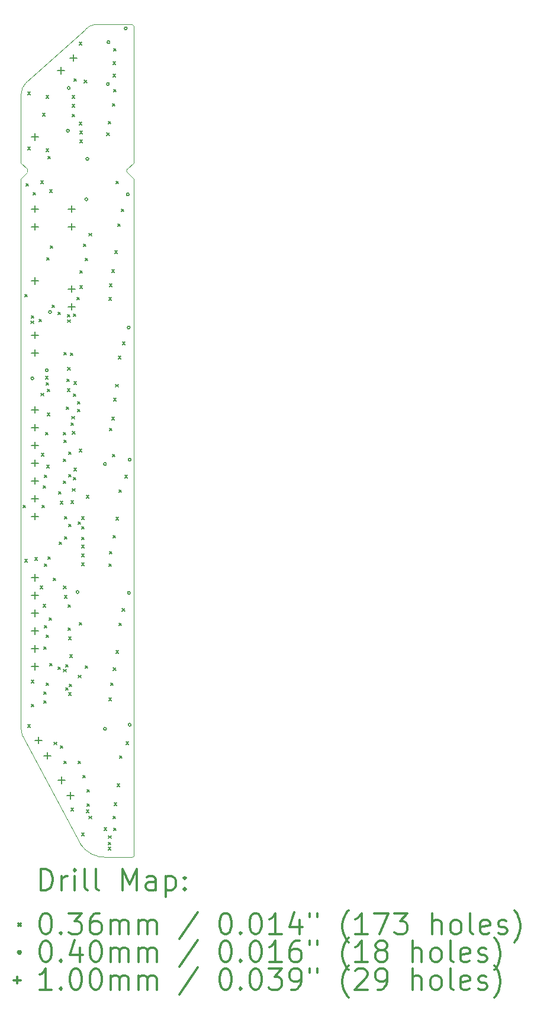
<source format=gbr>
%FSLAX45Y45*%
G04 Gerber Fmt 4.5, Leading zero omitted, Abs format (unit mm)*
G04 Created by KiCad (PCBNEW (5.1.9)-1) date 2021-11-25 09:32:05*
%MOMM*%
%LPD*%
G01*
G04 APERTURE LIST*
%TA.AperFunction,Profile*%
%ADD10C,0.050000*%
%TD*%
%ADD11C,0.200000*%
%ADD12C,0.300000*%
G04 APERTURE END LIST*
D10*
X9461500Y-2952750D02*
X9484360Y-2975610D01*
X9461500Y-14856460D02*
X9484360Y-14833600D01*
X9484360Y-4927600D02*
X9484360Y-2975610D01*
X9395460Y-5067300D02*
X9484360Y-5156200D01*
X9395460Y-5067300D02*
G75*
G02*
X9395460Y-5016500I25400J25400D01*
G01*
X9395460Y-5016500D02*
X9484360Y-4927600D01*
X7874000Y-4927600D02*
X7874000Y-3962400D01*
X7962900Y-5016500D02*
G75*
G02*
X7962900Y-5067300I-25400J-25400D01*
G01*
X7962900Y-5067300D02*
X7874000Y-5156200D01*
X7962900Y-5016500D02*
X7874000Y-4927600D01*
X8791906Y-3026813D02*
G75*
G02*
X8928100Y-2952750I177170J-163541D01*
G01*
X7874000Y-3962400D02*
G75*
G02*
X7956782Y-3771900I260582J0D01*
G01*
X7895024Y-13120741D02*
G75*
G02*
X7874000Y-13004800I309176J115941D01*
G01*
X9093134Y-14856755D02*
G75*
G02*
X8724900Y-14668500I-12634J429555D01*
G01*
X7956782Y-3771900D02*
X8791906Y-3026813D01*
X8724900Y-14668500D02*
X7895024Y-13120741D01*
X8928100Y-2952750D02*
X9461500Y-2952750D01*
X7874000Y-13004800D02*
X7874000Y-5156200D01*
X9461500Y-14856755D02*
X9093134Y-14856755D01*
X9484360Y-5156200D02*
X9484360Y-14833600D01*
D11*
X7907020Y-9824720D02*
X7942580Y-9860280D01*
X7942580Y-9824720D02*
X7907020Y-9860280D01*
X7927340Y-6812280D02*
X7962900Y-6847840D01*
X7962900Y-6812280D02*
X7927340Y-6847840D01*
X7932420Y-10599420D02*
X7967980Y-10634980D01*
X7967980Y-10599420D02*
X7932420Y-10634980D01*
X7945120Y-5227320D02*
X7980680Y-5262880D01*
X7980680Y-5227320D02*
X7945120Y-5262880D01*
X7970520Y-3919220D02*
X8006080Y-3954780D01*
X8006080Y-3919220D02*
X7970520Y-3954780D01*
X7970520Y-4706620D02*
X8006080Y-4742180D01*
X8006080Y-4706620D02*
X7970520Y-4742180D01*
X7970520Y-12961620D02*
X8006080Y-12997180D01*
X8006080Y-12961620D02*
X7970520Y-12997180D01*
X8018992Y-7193757D02*
X8054552Y-7229317D01*
X8054552Y-7193757D02*
X8018992Y-7229317D01*
X8021320Y-12326620D02*
X8056880Y-12362180D01*
X8056880Y-12326620D02*
X8021320Y-12362180D01*
X8021320Y-12669520D02*
X8056880Y-12705080D01*
X8056880Y-12669520D02*
X8021320Y-12705080D01*
X8023727Y-7111438D02*
X8059287Y-7146998D01*
X8059287Y-7111438D02*
X8023727Y-7146998D01*
X8046720Y-5354320D02*
X8082280Y-5389880D01*
X8082280Y-5354320D02*
X8046720Y-5389880D01*
X8072120Y-10574020D02*
X8107680Y-10609580D01*
X8107680Y-10574020D02*
X8072120Y-10609580D01*
X8131304Y-7164440D02*
X8166864Y-7200000D01*
X8166864Y-7164440D02*
X8131304Y-7200000D01*
X8148320Y-10980420D02*
X8183880Y-11015980D01*
X8183880Y-10980420D02*
X8148320Y-11015980D01*
X8161020Y-5189220D02*
X8196580Y-5224780D01*
X8196580Y-5189220D02*
X8161020Y-5224780D01*
X8161858Y-8223682D02*
X8197418Y-8259242D01*
X8197418Y-8223682D02*
X8161858Y-8259242D01*
X8163560Y-9083040D02*
X8199120Y-9118600D01*
X8199120Y-9083040D02*
X8163560Y-9118600D01*
X8173720Y-9824720D02*
X8209280Y-9860280D01*
X8209280Y-9824720D02*
X8173720Y-9860280D01*
X8186420Y-4224020D02*
X8221980Y-4259580D01*
X8221980Y-4224020D02*
X8186420Y-4259580D01*
X8188960Y-11242040D02*
X8224520Y-11277600D01*
X8224520Y-11242040D02*
X8188960Y-11277600D01*
X8189496Y-9545598D02*
X8225056Y-9581158D01*
X8225056Y-9545598D02*
X8189496Y-9581158D01*
X8199120Y-12491720D02*
X8234680Y-12527280D01*
X8234680Y-12491720D02*
X8199120Y-12527280D01*
X8201660Y-11849100D02*
X8237220Y-11884660D01*
X8237220Y-11849100D02*
X8201660Y-11884660D01*
X8201660Y-12616180D02*
X8237220Y-12651740D01*
X8237220Y-12616180D02*
X8201660Y-12651740D01*
X8206439Y-9392920D02*
X8241999Y-9428480D01*
X8241999Y-9392920D02*
X8206439Y-9428480D01*
X8206439Y-10662920D02*
X8241999Y-10698480D01*
X8241999Y-10662920D02*
X8206439Y-10698480D01*
X8208468Y-11539491D02*
X8244028Y-11575051D01*
X8244028Y-11539491D02*
X8208468Y-11575051D01*
X8224520Y-7983220D02*
X8260080Y-8018780D01*
X8260080Y-7983220D02*
X8224520Y-8018780D01*
X8225901Y-8783557D02*
X8261461Y-8819117D01*
X8261461Y-8783557D02*
X8225901Y-8819117D01*
X8235371Y-8073240D02*
X8270931Y-8108800D01*
X8270931Y-8073240D02*
X8235371Y-8108800D01*
X8237219Y-12364720D02*
X8272779Y-12400280D01*
X8272779Y-12364720D02*
X8237219Y-12400280D01*
X8237220Y-3970020D02*
X8272780Y-4005580D01*
X8272780Y-3970020D02*
X8237220Y-4005580D01*
X8237220Y-4732020D02*
X8272780Y-4767580D01*
X8272780Y-4732020D02*
X8237220Y-4767580D01*
X8237220Y-11678920D02*
X8272780Y-11714480D01*
X8272780Y-11678920D02*
X8237220Y-11714480D01*
X8242601Y-9253220D02*
X8278161Y-9288780D01*
X8278161Y-9253220D02*
X8242601Y-9288780D01*
X8242841Y-6281802D02*
X8278401Y-6317362D01*
X8278401Y-6281802D02*
X8242841Y-6317362D01*
X8251421Y-8165241D02*
X8286981Y-8200801D01*
X8286981Y-8165241D02*
X8251421Y-8200801D01*
X8252441Y-8507255D02*
X8288001Y-8542815D01*
X8288001Y-8507255D02*
X8252441Y-8542815D01*
X8257540Y-4838700D02*
X8293100Y-4874260D01*
X8293100Y-4838700D02*
X8257540Y-4874260D01*
X8262620Y-10561095D02*
X8298180Y-10596655D01*
X8298180Y-10561095D02*
X8262620Y-10596655D01*
X8274495Y-11433543D02*
X8310055Y-11469103D01*
X8310055Y-11433543D02*
X8274495Y-11469103D01*
X8282421Y-5314967D02*
X8317981Y-5350527D01*
X8317981Y-5314967D02*
X8282421Y-5350527D01*
X8288020Y-12085320D02*
X8323580Y-12120880D01*
X8323580Y-12085320D02*
X8288020Y-12120880D01*
X8295640Y-6118860D02*
X8331200Y-6154420D01*
X8331200Y-6118860D02*
X8295640Y-6154420D01*
X8315886Y-6962221D02*
X8351446Y-6997781D01*
X8351446Y-6962221D02*
X8315886Y-6997781D01*
X8338820Y-10866120D02*
X8374380Y-10901680D01*
X8374380Y-10866120D02*
X8338820Y-10901680D01*
X8348980Y-13208000D02*
X8384540Y-13243560D01*
X8384540Y-13208000D02*
X8348980Y-13243560D01*
X8402320Y-7061200D02*
X8437880Y-7096760D01*
X8437880Y-7061200D02*
X8402320Y-7096760D01*
X8402320Y-12136120D02*
X8437880Y-12171680D01*
X8437880Y-12136120D02*
X8402320Y-12171680D01*
X8415020Y-9631680D02*
X8450580Y-9667240D01*
X8450580Y-9631680D02*
X8415020Y-9667240D01*
X8417324Y-10350201D02*
X8452884Y-10385761D01*
X8452884Y-10350201D02*
X8417324Y-10385761D01*
X8437740Y-13264181D02*
X8473300Y-13299741D01*
X8473300Y-13264181D02*
X8437740Y-13299741D01*
X8440420Y-9768739D02*
X8475980Y-9804299D01*
X8475980Y-9768739D02*
X8440420Y-9804299D01*
X8478480Y-9164280D02*
X8514040Y-9199840D01*
X8514040Y-9164280D02*
X8478480Y-9199840D01*
X8478520Y-8783320D02*
X8514080Y-8818880D01*
X8514080Y-8783320D02*
X8478520Y-8818880D01*
X8479144Y-9475404D02*
X8514704Y-9510964D01*
X8514704Y-9475404D02*
X8479144Y-9510964D01*
X8483913Y-12172218D02*
X8519473Y-12207778D01*
X8519473Y-12172218D02*
X8483913Y-12207778D01*
X8484321Y-10979445D02*
X8519881Y-11015005D01*
X8519881Y-10979445D02*
X8484321Y-11015005D01*
X8485188Y-7640723D02*
X8520748Y-7676283D01*
X8520748Y-7640723D02*
X8485188Y-7676283D01*
X8485590Y-8895281D02*
X8521150Y-8930841D01*
X8521150Y-8895281D02*
X8485590Y-8930841D01*
X8491220Y-13482320D02*
X8526780Y-13517880D01*
X8526780Y-13482320D02*
X8491220Y-13517880D01*
X8493892Y-10274861D02*
X8529452Y-10310421D01*
X8529452Y-10274861D02*
X8493892Y-10310421D01*
X8499055Y-11115255D02*
X8534615Y-11150815D01*
X8534615Y-11115255D02*
X8499055Y-11150815D01*
X8499352Y-9986056D02*
X8534912Y-10021616D01*
X8534912Y-9986056D02*
X8499352Y-10021616D01*
X8511540Y-12430760D02*
X8547100Y-12466320D01*
X8547100Y-12430760D02*
X8511540Y-12466320D01*
X8511686Y-12103669D02*
X8547246Y-12139229D01*
X8547246Y-12103669D02*
X8511686Y-12139229D01*
X8519636Y-8417157D02*
X8555196Y-8452717D01*
X8555196Y-8417157D02*
X8519636Y-8452717D01*
X8532300Y-8022824D02*
X8567860Y-8058384D01*
X8567860Y-8022824D02*
X8532300Y-8058384D01*
X8541014Y-7100089D02*
X8576574Y-7135649D01*
X8576574Y-7100089D02*
X8541014Y-7135649D01*
X8542020Y-8161020D02*
X8577580Y-8196580D01*
X8577580Y-8161020D02*
X8542020Y-8196580D01*
X8542517Y-7855723D02*
X8578077Y-7891283D01*
X8578077Y-7855723D02*
X8542517Y-7891283D01*
X8543787Y-7173998D02*
X8579347Y-7209558D01*
X8579347Y-7173998D02*
X8543787Y-7209558D01*
X8547201Y-11247120D02*
X8582761Y-11282680D01*
X8582761Y-11247120D02*
X8547201Y-11282680D01*
X8547201Y-11573816D02*
X8582761Y-11609376D01*
X8582761Y-11573816D02*
X8547201Y-11609376D01*
X8554720Y-12504420D02*
X8590280Y-12539980D01*
X8590280Y-12504420D02*
X8554720Y-12539980D01*
X8554739Y-10093960D02*
X8590299Y-10129520D01*
X8590299Y-10093960D02*
X8554739Y-10129520D01*
X8556201Y-11707845D02*
X8591761Y-11743405D01*
X8591761Y-11707845D02*
X8556201Y-11743405D01*
X8559243Y-9386627D02*
X8594803Y-9422187D01*
X8594803Y-9386627D02*
X8559243Y-9422187D01*
X8559262Y-9061336D02*
X8594822Y-9096896D01*
X8594822Y-9061336D02*
X8559262Y-9096896D01*
X8563945Y-12378355D02*
X8599505Y-12413915D01*
X8599505Y-12378355D02*
X8563945Y-12413915D01*
X8574825Y-11961360D02*
X8610385Y-11996920D01*
X8610385Y-11961360D02*
X8574825Y-11996920D01*
X8579235Y-7648264D02*
X8614795Y-7683824D01*
X8614795Y-7648264D02*
X8579235Y-7683824D01*
X8590798Y-8648844D02*
X8626358Y-8684404D01*
X8626358Y-8648844D02*
X8590798Y-8684404D01*
X8592820Y-9761220D02*
X8628380Y-9796780D01*
X8628380Y-9761220D02*
X8592820Y-9796780D01*
X8592820Y-14155420D02*
X8628380Y-14190980D01*
X8628380Y-14155420D02*
X8592820Y-14190980D01*
X8602980Y-8554720D02*
X8638540Y-8590280D01*
X8638540Y-8554720D02*
X8602980Y-8590280D01*
X8605520Y-3970020D02*
X8641080Y-4005580D01*
X8641080Y-3970020D02*
X8605520Y-4005580D01*
X8605520Y-4097020D02*
X8641080Y-4132580D01*
X8641080Y-4097020D02*
X8605520Y-4132580D01*
X8605520Y-4236720D02*
X8641080Y-4272280D01*
X8641080Y-4236720D02*
X8605520Y-4272280D01*
X8610600Y-9585960D02*
X8646160Y-9621520D01*
X8646160Y-9585960D02*
X8610600Y-9621520D01*
X8610736Y-8769543D02*
X8646296Y-8805103D01*
X8646296Y-8769543D02*
X8610736Y-8805103D01*
X8620491Y-8232898D02*
X8656051Y-8268458D01*
X8656051Y-8232898D02*
X8620491Y-8268458D01*
X8624064Y-7092256D02*
X8659624Y-7127816D01*
X8659624Y-7092256D02*
X8624064Y-7127816D01*
X8625919Y-9422741D02*
X8661479Y-9458301D01*
X8661479Y-9422741D02*
X8625919Y-9458301D01*
X8629829Y-9294613D02*
X8665389Y-9330173D01*
X8665389Y-9294613D02*
X8629829Y-9330173D01*
X8630920Y-3728720D02*
X8666480Y-3764280D01*
X8666480Y-3728720D02*
X8630920Y-3764280D01*
X8630920Y-8059420D02*
X8666480Y-8094980D01*
X8666480Y-8059420D02*
X8630920Y-8094980D01*
X8672640Y-6852920D02*
X8708200Y-6888480D01*
X8708200Y-6852920D02*
X8672640Y-6888480D01*
X8681701Y-8345559D02*
X8717261Y-8381119D01*
X8717261Y-8345559D02*
X8681701Y-8381119D01*
X8681701Y-8450130D02*
X8717261Y-8485690D01*
X8717261Y-8450130D02*
X8681701Y-8485690D01*
X8694420Y-10058400D02*
X8729980Y-10093960D01*
X8729980Y-10058400D02*
X8694420Y-10093960D01*
X8694420Y-13482320D02*
X8729980Y-13517880D01*
X8729980Y-13482320D02*
X8694420Y-13517880D01*
X8696190Y-12252190D02*
X8731750Y-12287750D01*
X8731750Y-12252190D02*
X8696190Y-12287750D01*
X8707120Y-3208020D02*
X8742680Y-3243580D01*
X8742680Y-3208020D02*
X8707120Y-3243580D01*
X8707120Y-4351020D02*
X8742680Y-4386580D01*
X8742680Y-4351020D02*
X8707120Y-4386580D01*
X8709660Y-9024620D02*
X8745220Y-9060180D01*
X8745220Y-9024620D02*
X8709660Y-9060180D01*
X8709660Y-11503660D02*
X8745220Y-11539220D01*
X8745220Y-11503660D02*
X8709660Y-11539220D01*
X8714738Y-6687820D02*
X8750298Y-6723380D01*
X8750298Y-6687820D02*
X8714738Y-6723380D01*
X8719820Y-4478020D02*
X8755380Y-4513580D01*
X8755380Y-4478020D02*
X8719820Y-4513580D01*
X8719820Y-4605020D02*
X8755380Y-4640580D01*
X8755380Y-4605020D02*
X8719820Y-4640580D01*
X8719820Y-6471920D02*
X8755380Y-6507480D01*
X8755380Y-6471920D02*
X8719820Y-6507480D01*
X8745220Y-9989820D02*
X8780780Y-10025380D01*
X8780780Y-9989820D02*
X8745220Y-10025380D01*
X8745220Y-10129520D02*
X8780780Y-10165080D01*
X8780780Y-10129520D02*
X8745220Y-10165080D01*
X8745220Y-10281920D02*
X8780780Y-10317480D01*
X8780780Y-10281920D02*
X8745220Y-10317480D01*
X8745220Y-10396220D02*
X8780780Y-10431780D01*
X8780780Y-10396220D02*
X8745220Y-10431780D01*
X8745220Y-10523220D02*
X8780780Y-10558780D01*
X8780780Y-10523220D02*
X8745220Y-10558780D01*
X8745220Y-10650220D02*
X8780780Y-10685780D01*
X8780780Y-10650220D02*
X8745220Y-10685780D01*
X8745220Y-14511020D02*
X8780780Y-14546580D01*
X8780780Y-14511020D02*
X8745220Y-14546580D01*
X8757920Y-13685520D02*
X8793480Y-13721080D01*
X8793480Y-13685520D02*
X8757920Y-13721080D01*
X8770620Y-6090920D02*
X8806180Y-6126480D01*
X8806180Y-6090920D02*
X8770620Y-6126480D01*
X8780780Y-3749040D02*
X8816340Y-3784600D01*
X8816340Y-3749040D02*
X8780780Y-3784600D01*
X8789670Y-12119610D02*
X8825230Y-12155170D01*
X8825230Y-12119610D02*
X8789670Y-12155170D01*
X8790839Y-6294120D02*
X8826399Y-6329680D01*
X8826399Y-6294120D02*
X8790839Y-6329680D01*
X8808720Y-9685020D02*
X8844280Y-9720580D01*
X8844280Y-9685020D02*
X8808720Y-9720580D01*
X8808720Y-14180820D02*
X8844280Y-14216380D01*
X8844280Y-14180820D02*
X8808720Y-14216380D01*
X8821420Y-13888720D02*
X8856980Y-13924280D01*
X8856980Y-13888720D02*
X8821420Y-13924280D01*
X8821420Y-14091920D02*
X8856980Y-14127480D01*
X8856980Y-14091920D02*
X8821420Y-14127480D01*
X8847965Y-5940344D02*
X8883525Y-5975904D01*
X8883525Y-5940344D02*
X8847965Y-5975904D01*
X8848446Y-14268094D02*
X8884006Y-14303654D01*
X8884006Y-14268094D02*
X8848446Y-14303654D01*
X9062720Y-14434820D02*
X9098280Y-14470380D01*
X9098280Y-14434820D02*
X9062720Y-14470380D01*
X9102434Y-4503420D02*
X9137994Y-4538980D01*
X9137994Y-4503420D02*
X9102434Y-4538980D01*
X9124298Y-14639686D02*
X9159858Y-14675246D01*
X9159858Y-14639686D02*
X9124298Y-14675246D01*
X9126220Y-4338320D02*
X9161780Y-4373880D01*
X9161780Y-4338320D02*
X9126220Y-4373880D01*
X9126220Y-14714220D02*
X9161780Y-14749780D01*
X9161780Y-14714220D02*
X9126220Y-14749780D01*
X9127846Y-14547494D02*
X9163406Y-14583054D01*
X9163406Y-14547494D02*
X9127846Y-14583054D01*
X9134600Y-6857141D02*
X9170160Y-6892701D01*
X9170160Y-6857141D02*
X9134600Y-6892701D01*
X9135001Y-12580620D02*
X9170561Y-12616180D01*
X9170561Y-12580620D02*
X9135001Y-12616180D01*
X9135001Y-10662920D02*
X9170561Y-10698480D01*
X9170561Y-10662920D02*
X9135001Y-10698480D01*
X9138133Y-8726265D02*
X9173693Y-8761825D01*
X9173693Y-8726265D02*
X9138133Y-8761825D01*
X9138295Y-6662420D02*
X9173855Y-6697980D01*
X9173855Y-6662420D02*
X9138295Y-6697980D01*
X9140877Y-10483073D02*
X9176437Y-10518633D01*
X9176437Y-10483073D02*
X9140877Y-10518633D01*
X9157001Y-12365021D02*
X9192561Y-12400581D01*
X9192561Y-12365021D02*
X9157001Y-12400581D01*
X9174781Y-8567472D02*
X9210341Y-8603032D01*
X9210341Y-8567472D02*
X9174781Y-8603032D01*
X9176696Y-6459220D02*
X9212256Y-6494780D01*
X9212256Y-6459220D02*
X9176696Y-6494780D01*
X9179236Y-4084320D02*
X9214796Y-4119880D01*
X9214796Y-4084320D02*
X9179236Y-4119880D01*
X9183771Y-9093054D02*
X9219331Y-9128614D01*
X9219331Y-9093054D02*
X9183771Y-9128614D01*
X9189440Y-10258193D02*
X9225000Y-10293753D01*
X9225000Y-10258193D02*
X9189440Y-10293753D01*
X9189720Y-3487420D02*
X9225280Y-3522980D01*
X9225280Y-3487420D02*
X9189720Y-3522980D01*
X9189720Y-3665220D02*
X9225280Y-3700780D01*
X9225280Y-3665220D02*
X9189720Y-3700780D01*
X9189720Y-14269720D02*
X9225280Y-14305280D01*
X9225280Y-14269720D02*
X9189720Y-14305280D01*
X9195402Y-12148820D02*
X9230962Y-12184380D01*
X9230962Y-12148820D02*
X9195402Y-12184380D01*
X9196969Y-3299252D02*
X9232529Y-3334812D01*
X9232529Y-3299252D02*
X9196969Y-3334812D01*
X9200481Y-14437865D02*
X9236041Y-14473425D01*
X9236041Y-14437865D02*
X9200481Y-14473425D01*
X9202269Y-8295020D02*
X9237829Y-8330580D01*
X9237829Y-8295020D02*
X9202269Y-8330580D01*
X9202420Y-3881120D02*
X9237980Y-3916680D01*
X9237980Y-3881120D02*
X9202420Y-3916680D01*
X9208102Y-14079220D02*
X9243662Y-14114780D01*
X9243662Y-14079220D02*
X9208102Y-14114780D01*
X9215097Y-6187200D02*
X9250657Y-6222760D01*
X9250657Y-6187200D02*
X9215097Y-6222760D01*
X9229132Y-8093576D02*
X9264692Y-8129136D01*
X9264692Y-8093576D02*
X9229132Y-8129136D01*
X9233803Y-9997200D02*
X9269363Y-10032760D01*
X9269363Y-9997200D02*
X9233803Y-10032760D01*
X9233803Y-11902200D02*
X9269363Y-11937760D01*
X9269363Y-11902200D02*
X9233803Y-11937760D01*
X9234793Y-5194947D02*
X9270353Y-5230507D01*
X9270353Y-5194947D02*
X9234793Y-5230507D01*
X9253220Y-13807202D02*
X9288780Y-13842762D01*
X9288780Y-13807202D02*
X9253220Y-13842762D01*
X9258098Y-5801722D02*
X9293658Y-5837282D01*
X9293658Y-5801722D02*
X9258098Y-5837282D01*
X9269424Y-7694624D02*
X9304984Y-7730184D01*
X9304984Y-7694624D02*
X9269424Y-7730184D01*
X9272204Y-9605918D02*
X9307764Y-9641478D01*
X9307764Y-9605918D02*
X9272204Y-9641478D01*
X9272204Y-11510918D02*
X9307764Y-11546478D01*
X9307764Y-11510918D02*
X9272204Y-11546478D01*
X9281160Y-13407202D02*
X9316720Y-13442762D01*
X9316720Y-13407202D02*
X9281160Y-13442762D01*
X9306222Y-5588423D02*
X9341782Y-5623983D01*
X9341782Y-5588423D02*
X9306222Y-5623983D01*
X9321899Y-11302200D02*
X9357459Y-11337760D01*
X9357459Y-11302200D02*
X9321899Y-11337760D01*
X9327905Y-7492204D02*
X9363465Y-7527764D01*
X9363465Y-7492204D02*
X9327905Y-7527764D01*
X9357360Y-9397200D02*
X9392920Y-9432760D01*
X9392920Y-9397200D02*
X9357360Y-9432760D01*
X9375140Y-13207201D02*
X9410700Y-13242761D01*
X9410700Y-13207201D02*
X9375140Y-13242761D01*
X8056697Y-8010521D02*
G75*
G03*
X8056697Y-8010521I-20000J0D01*
G01*
X8263439Y-7892477D02*
G75*
G03*
X8263439Y-7892477I-20000J0D01*
G01*
X8310185Y-7063311D02*
G75*
G03*
X8310185Y-7063311I-20000J0D01*
G01*
X8565398Y-4470400D02*
G75*
G03*
X8565398Y-4470400I-20000J0D01*
G01*
X8577799Y-3860800D02*
G75*
G03*
X8577799Y-3860800I-20000J0D01*
G01*
X8703950Y-11064550D02*
G75*
G03*
X8703950Y-11064550I-20000J0D01*
G01*
X8829482Y-5451501D02*
G75*
G03*
X8829482Y-5451501I-20000J0D01*
G01*
X8843066Y-4873366D02*
G75*
G03*
X8843066Y-4873366I-20000J0D01*
G01*
X9095031Y-13020002D02*
G75*
G03*
X9095031Y-13020002I-20000J0D01*
G01*
X9095093Y-9234303D02*
G75*
G03*
X9095093Y-9234303I-20000J0D01*
G01*
X9138090Y-3804379D02*
G75*
G03*
X9138090Y-3804379I-20000J0D01*
G01*
X9146220Y-3205480D02*
G75*
G03*
X9146220Y-3205480I-20000J0D01*
G01*
X9392600Y-3008250D02*
G75*
G03*
X9392600Y-3008250I-20000J0D01*
G01*
X9421393Y-5380489D02*
G75*
G03*
X9421393Y-5380489I-20000J0D01*
G01*
X9434692Y-7283749D02*
G75*
G03*
X9434692Y-7283749I-20000J0D01*
G01*
X9437981Y-11077064D02*
G75*
G03*
X9437981Y-11077064I-20000J0D01*
G01*
X9448141Y-9171505D02*
G75*
G03*
X9448141Y-9171505I-20000J0D01*
G01*
X9448859Y-12961620D02*
G75*
G03*
X9448859Y-12961620I-20000J0D01*
G01*
X8077200Y-4509300D02*
X8077200Y-4609300D01*
X8027200Y-4559300D02*
X8127200Y-4559300D01*
X8077200Y-5538000D02*
X8077200Y-5638000D01*
X8027200Y-5588000D02*
X8127200Y-5588000D01*
X8077200Y-5792000D02*
X8077200Y-5892000D01*
X8027200Y-5842000D02*
X8127200Y-5842000D01*
X8077200Y-6566700D02*
X8077200Y-6666700D01*
X8027200Y-6616700D02*
X8127200Y-6616700D01*
X8077200Y-7341400D02*
X8077200Y-7441400D01*
X8027200Y-7391400D02*
X8127200Y-7391400D01*
X8077200Y-7595400D02*
X8077200Y-7695400D01*
X8027200Y-7645400D02*
X8127200Y-7645400D01*
X8077200Y-8408200D02*
X8077200Y-8508200D01*
X8027200Y-8458200D02*
X8127200Y-8458200D01*
X8077200Y-8662200D02*
X8077200Y-8762200D01*
X8027200Y-8712200D02*
X8127200Y-8712200D01*
X8077200Y-8916200D02*
X8077200Y-9016200D01*
X8027200Y-8966200D02*
X8127200Y-8966200D01*
X8077200Y-9170200D02*
X8077200Y-9270200D01*
X8027200Y-9220200D02*
X8127200Y-9220200D01*
X8077200Y-9424200D02*
X8077200Y-9524200D01*
X8027200Y-9474200D02*
X8127200Y-9474200D01*
X8077200Y-9678200D02*
X8077200Y-9778200D01*
X8027200Y-9728200D02*
X8127200Y-9728200D01*
X8077200Y-9932200D02*
X8077200Y-10032200D01*
X8027200Y-9982200D02*
X8127200Y-9982200D01*
X8077200Y-10808500D02*
X8077200Y-10908500D01*
X8027200Y-10858500D02*
X8127200Y-10858500D01*
X8077200Y-11062500D02*
X8077200Y-11162500D01*
X8027200Y-11112500D02*
X8127200Y-11112500D01*
X8077200Y-11316500D02*
X8077200Y-11416500D01*
X8027200Y-11366500D02*
X8127200Y-11366500D01*
X8077200Y-11570500D02*
X8077200Y-11670500D01*
X8027200Y-11620500D02*
X8127200Y-11620500D01*
X8077200Y-11824500D02*
X8077200Y-11924500D01*
X8027200Y-11874500D02*
X8127200Y-11874500D01*
X8077200Y-12078500D02*
X8077200Y-12178500D01*
X8027200Y-12128500D02*
X8127200Y-12128500D01*
X8128000Y-13132600D02*
X8128000Y-13232600D01*
X8078000Y-13182600D02*
X8178000Y-13182600D01*
X8255000Y-13352570D02*
X8255000Y-13452570D01*
X8205000Y-13402570D02*
X8305000Y-13402570D01*
X8443695Y-3558605D02*
X8443695Y-3658605D01*
X8393695Y-3608605D02*
X8493695Y-3608605D01*
X8458200Y-13704100D02*
X8458200Y-13804100D01*
X8408200Y-13754100D02*
X8508200Y-13754100D01*
X8585200Y-13924070D02*
X8585200Y-14024070D01*
X8535200Y-13974070D02*
X8635200Y-13974070D01*
X8597900Y-5538000D02*
X8597900Y-5638000D01*
X8547900Y-5588000D02*
X8647900Y-5588000D01*
X8597900Y-5792000D02*
X8597900Y-5892000D01*
X8547900Y-5842000D02*
X8647900Y-5842000D01*
X8597900Y-6681000D02*
X8597900Y-6781000D01*
X8547900Y-6731000D02*
X8647900Y-6731000D01*
X8597900Y-6935000D02*
X8597900Y-7035000D01*
X8547900Y-6985000D02*
X8647900Y-6985000D01*
X8623300Y-3379000D02*
X8623300Y-3479000D01*
X8573300Y-3429000D02*
X8673300Y-3429000D01*
D12*
X8157928Y-15325155D02*
X8157928Y-15025155D01*
X8229357Y-15025155D01*
X8272214Y-15039441D01*
X8300786Y-15068012D01*
X8315071Y-15096583D01*
X8329357Y-15153726D01*
X8329357Y-15196583D01*
X8315071Y-15253726D01*
X8300786Y-15282298D01*
X8272214Y-15310869D01*
X8229357Y-15325155D01*
X8157928Y-15325155D01*
X8457928Y-15325155D02*
X8457928Y-15125155D01*
X8457928Y-15182298D02*
X8472214Y-15153726D01*
X8486500Y-15139441D01*
X8515071Y-15125155D01*
X8543643Y-15125155D01*
X8643643Y-15325155D02*
X8643643Y-15125155D01*
X8643643Y-15025155D02*
X8629357Y-15039441D01*
X8643643Y-15053726D01*
X8657928Y-15039441D01*
X8643643Y-15025155D01*
X8643643Y-15053726D01*
X8829357Y-15325155D02*
X8800786Y-15310869D01*
X8786500Y-15282298D01*
X8786500Y-15025155D01*
X8986500Y-15325155D02*
X8957928Y-15310869D01*
X8943643Y-15282298D01*
X8943643Y-15025155D01*
X9329357Y-15325155D02*
X9329357Y-15025155D01*
X9429357Y-15239441D01*
X9529357Y-15025155D01*
X9529357Y-15325155D01*
X9800786Y-15325155D02*
X9800786Y-15168012D01*
X9786500Y-15139441D01*
X9757928Y-15125155D01*
X9700786Y-15125155D01*
X9672214Y-15139441D01*
X9800786Y-15310869D02*
X9772214Y-15325155D01*
X9700786Y-15325155D01*
X9672214Y-15310869D01*
X9657928Y-15282298D01*
X9657928Y-15253726D01*
X9672214Y-15225155D01*
X9700786Y-15210869D01*
X9772214Y-15210869D01*
X9800786Y-15196583D01*
X9943643Y-15125155D02*
X9943643Y-15425155D01*
X9943643Y-15139441D02*
X9972214Y-15125155D01*
X10029357Y-15125155D01*
X10057928Y-15139441D01*
X10072214Y-15153726D01*
X10086500Y-15182298D01*
X10086500Y-15268012D01*
X10072214Y-15296583D01*
X10057928Y-15310869D01*
X10029357Y-15325155D01*
X9972214Y-15325155D01*
X9943643Y-15310869D01*
X10215071Y-15296583D02*
X10229357Y-15310869D01*
X10215071Y-15325155D01*
X10200786Y-15310869D01*
X10215071Y-15296583D01*
X10215071Y-15325155D01*
X10215071Y-15139441D02*
X10229357Y-15153726D01*
X10215071Y-15168012D01*
X10200786Y-15153726D01*
X10215071Y-15139441D01*
X10215071Y-15168012D01*
X7835940Y-15801661D02*
X7871500Y-15837221D01*
X7871500Y-15801661D02*
X7835940Y-15837221D01*
X8215071Y-15655155D02*
X8243643Y-15655155D01*
X8272214Y-15669441D01*
X8286500Y-15683726D01*
X8300786Y-15712298D01*
X8315071Y-15769441D01*
X8315071Y-15840869D01*
X8300786Y-15898012D01*
X8286500Y-15926583D01*
X8272214Y-15940869D01*
X8243643Y-15955155D01*
X8215071Y-15955155D01*
X8186500Y-15940869D01*
X8172214Y-15926583D01*
X8157928Y-15898012D01*
X8143643Y-15840869D01*
X8143643Y-15769441D01*
X8157928Y-15712298D01*
X8172214Y-15683726D01*
X8186500Y-15669441D01*
X8215071Y-15655155D01*
X8443643Y-15926583D02*
X8457928Y-15940869D01*
X8443643Y-15955155D01*
X8429357Y-15940869D01*
X8443643Y-15926583D01*
X8443643Y-15955155D01*
X8557928Y-15655155D02*
X8743643Y-15655155D01*
X8643643Y-15769441D01*
X8686500Y-15769441D01*
X8715071Y-15783726D01*
X8729357Y-15798012D01*
X8743643Y-15826583D01*
X8743643Y-15898012D01*
X8729357Y-15926583D01*
X8715071Y-15940869D01*
X8686500Y-15955155D01*
X8600786Y-15955155D01*
X8572214Y-15940869D01*
X8557928Y-15926583D01*
X9000786Y-15655155D02*
X8943643Y-15655155D01*
X8915071Y-15669441D01*
X8900786Y-15683726D01*
X8872214Y-15726583D01*
X8857928Y-15783726D01*
X8857928Y-15898012D01*
X8872214Y-15926583D01*
X8886500Y-15940869D01*
X8915071Y-15955155D01*
X8972214Y-15955155D01*
X9000786Y-15940869D01*
X9015071Y-15926583D01*
X9029357Y-15898012D01*
X9029357Y-15826583D01*
X9015071Y-15798012D01*
X9000786Y-15783726D01*
X8972214Y-15769441D01*
X8915071Y-15769441D01*
X8886500Y-15783726D01*
X8872214Y-15798012D01*
X8857928Y-15826583D01*
X9157928Y-15955155D02*
X9157928Y-15755155D01*
X9157928Y-15783726D02*
X9172214Y-15769441D01*
X9200786Y-15755155D01*
X9243643Y-15755155D01*
X9272214Y-15769441D01*
X9286500Y-15798012D01*
X9286500Y-15955155D01*
X9286500Y-15798012D02*
X9300786Y-15769441D01*
X9329357Y-15755155D01*
X9372214Y-15755155D01*
X9400786Y-15769441D01*
X9415071Y-15798012D01*
X9415071Y-15955155D01*
X9557928Y-15955155D02*
X9557928Y-15755155D01*
X9557928Y-15783726D02*
X9572214Y-15769441D01*
X9600786Y-15755155D01*
X9643643Y-15755155D01*
X9672214Y-15769441D01*
X9686500Y-15798012D01*
X9686500Y-15955155D01*
X9686500Y-15798012D02*
X9700786Y-15769441D01*
X9729357Y-15755155D01*
X9772214Y-15755155D01*
X9800786Y-15769441D01*
X9815071Y-15798012D01*
X9815071Y-15955155D01*
X10400786Y-15640869D02*
X10143643Y-16026583D01*
X10786500Y-15655155D02*
X10815071Y-15655155D01*
X10843643Y-15669441D01*
X10857928Y-15683726D01*
X10872214Y-15712298D01*
X10886500Y-15769441D01*
X10886500Y-15840869D01*
X10872214Y-15898012D01*
X10857928Y-15926583D01*
X10843643Y-15940869D01*
X10815071Y-15955155D01*
X10786500Y-15955155D01*
X10757928Y-15940869D01*
X10743643Y-15926583D01*
X10729357Y-15898012D01*
X10715071Y-15840869D01*
X10715071Y-15769441D01*
X10729357Y-15712298D01*
X10743643Y-15683726D01*
X10757928Y-15669441D01*
X10786500Y-15655155D01*
X11015071Y-15926583D02*
X11029357Y-15940869D01*
X11015071Y-15955155D01*
X11000786Y-15940869D01*
X11015071Y-15926583D01*
X11015071Y-15955155D01*
X11215071Y-15655155D02*
X11243643Y-15655155D01*
X11272214Y-15669441D01*
X11286500Y-15683726D01*
X11300786Y-15712298D01*
X11315071Y-15769441D01*
X11315071Y-15840869D01*
X11300786Y-15898012D01*
X11286500Y-15926583D01*
X11272214Y-15940869D01*
X11243643Y-15955155D01*
X11215071Y-15955155D01*
X11186500Y-15940869D01*
X11172214Y-15926583D01*
X11157928Y-15898012D01*
X11143643Y-15840869D01*
X11143643Y-15769441D01*
X11157928Y-15712298D01*
X11172214Y-15683726D01*
X11186500Y-15669441D01*
X11215071Y-15655155D01*
X11600786Y-15955155D02*
X11429357Y-15955155D01*
X11515071Y-15955155D02*
X11515071Y-15655155D01*
X11486500Y-15698012D01*
X11457928Y-15726583D01*
X11429357Y-15740869D01*
X11857928Y-15755155D02*
X11857928Y-15955155D01*
X11786500Y-15640869D02*
X11715071Y-15855155D01*
X11900786Y-15855155D01*
X12000786Y-15655155D02*
X12000786Y-15712298D01*
X12115071Y-15655155D02*
X12115071Y-15712298D01*
X12557928Y-16069441D02*
X12543643Y-16055155D01*
X12515071Y-16012298D01*
X12500786Y-15983726D01*
X12486500Y-15940869D01*
X12472214Y-15869441D01*
X12472214Y-15812298D01*
X12486500Y-15740869D01*
X12500786Y-15698012D01*
X12515071Y-15669441D01*
X12543643Y-15626583D01*
X12557928Y-15612298D01*
X12829357Y-15955155D02*
X12657928Y-15955155D01*
X12743643Y-15955155D02*
X12743643Y-15655155D01*
X12715071Y-15698012D01*
X12686500Y-15726583D01*
X12657928Y-15740869D01*
X12929357Y-15655155D02*
X13129357Y-15655155D01*
X13000786Y-15955155D01*
X13215071Y-15655155D02*
X13400786Y-15655155D01*
X13300786Y-15769441D01*
X13343643Y-15769441D01*
X13372214Y-15783726D01*
X13386500Y-15798012D01*
X13400786Y-15826583D01*
X13400786Y-15898012D01*
X13386500Y-15926583D01*
X13372214Y-15940869D01*
X13343643Y-15955155D01*
X13257928Y-15955155D01*
X13229357Y-15940869D01*
X13215071Y-15926583D01*
X13757928Y-15955155D02*
X13757928Y-15655155D01*
X13886500Y-15955155D02*
X13886500Y-15798012D01*
X13872214Y-15769441D01*
X13843643Y-15755155D01*
X13800786Y-15755155D01*
X13772214Y-15769441D01*
X13757928Y-15783726D01*
X14072214Y-15955155D02*
X14043643Y-15940869D01*
X14029357Y-15926583D01*
X14015071Y-15898012D01*
X14015071Y-15812298D01*
X14029357Y-15783726D01*
X14043643Y-15769441D01*
X14072214Y-15755155D01*
X14115071Y-15755155D01*
X14143643Y-15769441D01*
X14157928Y-15783726D01*
X14172214Y-15812298D01*
X14172214Y-15898012D01*
X14157928Y-15926583D01*
X14143643Y-15940869D01*
X14115071Y-15955155D01*
X14072214Y-15955155D01*
X14343643Y-15955155D02*
X14315071Y-15940869D01*
X14300786Y-15912298D01*
X14300786Y-15655155D01*
X14572214Y-15940869D02*
X14543643Y-15955155D01*
X14486500Y-15955155D01*
X14457928Y-15940869D01*
X14443643Y-15912298D01*
X14443643Y-15798012D01*
X14457928Y-15769441D01*
X14486500Y-15755155D01*
X14543643Y-15755155D01*
X14572214Y-15769441D01*
X14586500Y-15798012D01*
X14586500Y-15826583D01*
X14443643Y-15855155D01*
X14700786Y-15940869D02*
X14729357Y-15955155D01*
X14786500Y-15955155D01*
X14815071Y-15940869D01*
X14829357Y-15912298D01*
X14829357Y-15898012D01*
X14815071Y-15869441D01*
X14786500Y-15855155D01*
X14743643Y-15855155D01*
X14715071Y-15840869D01*
X14700786Y-15812298D01*
X14700786Y-15798012D01*
X14715071Y-15769441D01*
X14743643Y-15755155D01*
X14786500Y-15755155D01*
X14815071Y-15769441D01*
X14929357Y-16069441D02*
X14943643Y-16055155D01*
X14972214Y-16012298D01*
X14986500Y-15983726D01*
X15000786Y-15940869D01*
X15015071Y-15869441D01*
X15015071Y-15812298D01*
X15000786Y-15740869D01*
X14986500Y-15698012D01*
X14972214Y-15669441D01*
X14943643Y-15626583D01*
X14929357Y-15612298D01*
X7871500Y-16215441D02*
G75*
G03*
X7871500Y-16215441I-20000J0D01*
G01*
X8215071Y-16051155D02*
X8243643Y-16051155D01*
X8272214Y-16065441D01*
X8286500Y-16079726D01*
X8300786Y-16108298D01*
X8315071Y-16165441D01*
X8315071Y-16236869D01*
X8300786Y-16294012D01*
X8286500Y-16322583D01*
X8272214Y-16336869D01*
X8243643Y-16351155D01*
X8215071Y-16351155D01*
X8186500Y-16336869D01*
X8172214Y-16322583D01*
X8157928Y-16294012D01*
X8143643Y-16236869D01*
X8143643Y-16165441D01*
X8157928Y-16108298D01*
X8172214Y-16079726D01*
X8186500Y-16065441D01*
X8215071Y-16051155D01*
X8443643Y-16322583D02*
X8457928Y-16336869D01*
X8443643Y-16351155D01*
X8429357Y-16336869D01*
X8443643Y-16322583D01*
X8443643Y-16351155D01*
X8715071Y-16151155D02*
X8715071Y-16351155D01*
X8643643Y-16036869D02*
X8572214Y-16251155D01*
X8757928Y-16251155D01*
X8929357Y-16051155D02*
X8957928Y-16051155D01*
X8986500Y-16065441D01*
X9000786Y-16079726D01*
X9015071Y-16108298D01*
X9029357Y-16165441D01*
X9029357Y-16236869D01*
X9015071Y-16294012D01*
X9000786Y-16322583D01*
X8986500Y-16336869D01*
X8957928Y-16351155D01*
X8929357Y-16351155D01*
X8900786Y-16336869D01*
X8886500Y-16322583D01*
X8872214Y-16294012D01*
X8857928Y-16236869D01*
X8857928Y-16165441D01*
X8872214Y-16108298D01*
X8886500Y-16079726D01*
X8900786Y-16065441D01*
X8929357Y-16051155D01*
X9157928Y-16351155D02*
X9157928Y-16151155D01*
X9157928Y-16179726D02*
X9172214Y-16165441D01*
X9200786Y-16151155D01*
X9243643Y-16151155D01*
X9272214Y-16165441D01*
X9286500Y-16194012D01*
X9286500Y-16351155D01*
X9286500Y-16194012D02*
X9300786Y-16165441D01*
X9329357Y-16151155D01*
X9372214Y-16151155D01*
X9400786Y-16165441D01*
X9415071Y-16194012D01*
X9415071Y-16351155D01*
X9557928Y-16351155D02*
X9557928Y-16151155D01*
X9557928Y-16179726D02*
X9572214Y-16165441D01*
X9600786Y-16151155D01*
X9643643Y-16151155D01*
X9672214Y-16165441D01*
X9686500Y-16194012D01*
X9686500Y-16351155D01*
X9686500Y-16194012D02*
X9700786Y-16165441D01*
X9729357Y-16151155D01*
X9772214Y-16151155D01*
X9800786Y-16165441D01*
X9815071Y-16194012D01*
X9815071Y-16351155D01*
X10400786Y-16036869D02*
X10143643Y-16422583D01*
X10786500Y-16051155D02*
X10815071Y-16051155D01*
X10843643Y-16065441D01*
X10857928Y-16079726D01*
X10872214Y-16108298D01*
X10886500Y-16165441D01*
X10886500Y-16236869D01*
X10872214Y-16294012D01*
X10857928Y-16322583D01*
X10843643Y-16336869D01*
X10815071Y-16351155D01*
X10786500Y-16351155D01*
X10757928Y-16336869D01*
X10743643Y-16322583D01*
X10729357Y-16294012D01*
X10715071Y-16236869D01*
X10715071Y-16165441D01*
X10729357Y-16108298D01*
X10743643Y-16079726D01*
X10757928Y-16065441D01*
X10786500Y-16051155D01*
X11015071Y-16322583D02*
X11029357Y-16336869D01*
X11015071Y-16351155D01*
X11000786Y-16336869D01*
X11015071Y-16322583D01*
X11015071Y-16351155D01*
X11215071Y-16051155D02*
X11243643Y-16051155D01*
X11272214Y-16065441D01*
X11286500Y-16079726D01*
X11300786Y-16108298D01*
X11315071Y-16165441D01*
X11315071Y-16236869D01*
X11300786Y-16294012D01*
X11286500Y-16322583D01*
X11272214Y-16336869D01*
X11243643Y-16351155D01*
X11215071Y-16351155D01*
X11186500Y-16336869D01*
X11172214Y-16322583D01*
X11157928Y-16294012D01*
X11143643Y-16236869D01*
X11143643Y-16165441D01*
X11157928Y-16108298D01*
X11172214Y-16079726D01*
X11186500Y-16065441D01*
X11215071Y-16051155D01*
X11600786Y-16351155D02*
X11429357Y-16351155D01*
X11515071Y-16351155D02*
X11515071Y-16051155D01*
X11486500Y-16094012D01*
X11457928Y-16122583D01*
X11429357Y-16136869D01*
X11857928Y-16051155D02*
X11800786Y-16051155D01*
X11772214Y-16065441D01*
X11757928Y-16079726D01*
X11729357Y-16122583D01*
X11715071Y-16179726D01*
X11715071Y-16294012D01*
X11729357Y-16322583D01*
X11743643Y-16336869D01*
X11772214Y-16351155D01*
X11829357Y-16351155D01*
X11857928Y-16336869D01*
X11872214Y-16322583D01*
X11886500Y-16294012D01*
X11886500Y-16222583D01*
X11872214Y-16194012D01*
X11857928Y-16179726D01*
X11829357Y-16165441D01*
X11772214Y-16165441D01*
X11743643Y-16179726D01*
X11729357Y-16194012D01*
X11715071Y-16222583D01*
X12000786Y-16051155D02*
X12000786Y-16108298D01*
X12115071Y-16051155D02*
X12115071Y-16108298D01*
X12557928Y-16465441D02*
X12543643Y-16451155D01*
X12515071Y-16408298D01*
X12500786Y-16379726D01*
X12486500Y-16336869D01*
X12472214Y-16265441D01*
X12472214Y-16208298D01*
X12486500Y-16136869D01*
X12500786Y-16094012D01*
X12515071Y-16065441D01*
X12543643Y-16022583D01*
X12557928Y-16008298D01*
X12829357Y-16351155D02*
X12657928Y-16351155D01*
X12743643Y-16351155D02*
X12743643Y-16051155D01*
X12715071Y-16094012D01*
X12686500Y-16122583D01*
X12657928Y-16136869D01*
X13000786Y-16179726D02*
X12972214Y-16165441D01*
X12957928Y-16151155D01*
X12943643Y-16122583D01*
X12943643Y-16108298D01*
X12957928Y-16079726D01*
X12972214Y-16065441D01*
X13000786Y-16051155D01*
X13057928Y-16051155D01*
X13086500Y-16065441D01*
X13100786Y-16079726D01*
X13115071Y-16108298D01*
X13115071Y-16122583D01*
X13100786Y-16151155D01*
X13086500Y-16165441D01*
X13057928Y-16179726D01*
X13000786Y-16179726D01*
X12972214Y-16194012D01*
X12957928Y-16208298D01*
X12943643Y-16236869D01*
X12943643Y-16294012D01*
X12957928Y-16322583D01*
X12972214Y-16336869D01*
X13000786Y-16351155D01*
X13057928Y-16351155D01*
X13086500Y-16336869D01*
X13100786Y-16322583D01*
X13115071Y-16294012D01*
X13115071Y-16236869D01*
X13100786Y-16208298D01*
X13086500Y-16194012D01*
X13057928Y-16179726D01*
X13472214Y-16351155D02*
X13472214Y-16051155D01*
X13600786Y-16351155D02*
X13600786Y-16194012D01*
X13586500Y-16165441D01*
X13557928Y-16151155D01*
X13515071Y-16151155D01*
X13486500Y-16165441D01*
X13472214Y-16179726D01*
X13786500Y-16351155D02*
X13757928Y-16336869D01*
X13743643Y-16322583D01*
X13729357Y-16294012D01*
X13729357Y-16208298D01*
X13743643Y-16179726D01*
X13757928Y-16165441D01*
X13786500Y-16151155D01*
X13829357Y-16151155D01*
X13857928Y-16165441D01*
X13872214Y-16179726D01*
X13886500Y-16208298D01*
X13886500Y-16294012D01*
X13872214Y-16322583D01*
X13857928Y-16336869D01*
X13829357Y-16351155D01*
X13786500Y-16351155D01*
X14057928Y-16351155D02*
X14029357Y-16336869D01*
X14015071Y-16308298D01*
X14015071Y-16051155D01*
X14286500Y-16336869D02*
X14257928Y-16351155D01*
X14200786Y-16351155D01*
X14172214Y-16336869D01*
X14157928Y-16308298D01*
X14157928Y-16194012D01*
X14172214Y-16165441D01*
X14200786Y-16151155D01*
X14257928Y-16151155D01*
X14286500Y-16165441D01*
X14300786Y-16194012D01*
X14300786Y-16222583D01*
X14157928Y-16251155D01*
X14415071Y-16336869D02*
X14443643Y-16351155D01*
X14500786Y-16351155D01*
X14529357Y-16336869D01*
X14543643Y-16308298D01*
X14543643Y-16294012D01*
X14529357Y-16265441D01*
X14500786Y-16251155D01*
X14457928Y-16251155D01*
X14429357Y-16236869D01*
X14415071Y-16208298D01*
X14415071Y-16194012D01*
X14429357Y-16165441D01*
X14457928Y-16151155D01*
X14500786Y-16151155D01*
X14529357Y-16165441D01*
X14643643Y-16465441D02*
X14657928Y-16451155D01*
X14686500Y-16408298D01*
X14700786Y-16379726D01*
X14715071Y-16336869D01*
X14729357Y-16265441D01*
X14729357Y-16208298D01*
X14715071Y-16136869D01*
X14700786Y-16094012D01*
X14686500Y-16065441D01*
X14657928Y-16022583D01*
X14643643Y-16008298D01*
X7821500Y-16561441D02*
X7821500Y-16661441D01*
X7771500Y-16611441D02*
X7871500Y-16611441D01*
X8315071Y-16747155D02*
X8143643Y-16747155D01*
X8229357Y-16747155D02*
X8229357Y-16447155D01*
X8200786Y-16490012D01*
X8172214Y-16518583D01*
X8143643Y-16532869D01*
X8443643Y-16718583D02*
X8457928Y-16732869D01*
X8443643Y-16747155D01*
X8429357Y-16732869D01*
X8443643Y-16718583D01*
X8443643Y-16747155D01*
X8643643Y-16447155D02*
X8672214Y-16447155D01*
X8700786Y-16461441D01*
X8715071Y-16475726D01*
X8729357Y-16504298D01*
X8743643Y-16561441D01*
X8743643Y-16632869D01*
X8729357Y-16690012D01*
X8715071Y-16718583D01*
X8700786Y-16732869D01*
X8672214Y-16747155D01*
X8643643Y-16747155D01*
X8615071Y-16732869D01*
X8600786Y-16718583D01*
X8586500Y-16690012D01*
X8572214Y-16632869D01*
X8572214Y-16561441D01*
X8586500Y-16504298D01*
X8600786Y-16475726D01*
X8615071Y-16461441D01*
X8643643Y-16447155D01*
X8929357Y-16447155D02*
X8957928Y-16447155D01*
X8986500Y-16461441D01*
X9000786Y-16475726D01*
X9015071Y-16504298D01*
X9029357Y-16561441D01*
X9029357Y-16632869D01*
X9015071Y-16690012D01*
X9000786Y-16718583D01*
X8986500Y-16732869D01*
X8957928Y-16747155D01*
X8929357Y-16747155D01*
X8900786Y-16732869D01*
X8886500Y-16718583D01*
X8872214Y-16690012D01*
X8857928Y-16632869D01*
X8857928Y-16561441D01*
X8872214Y-16504298D01*
X8886500Y-16475726D01*
X8900786Y-16461441D01*
X8929357Y-16447155D01*
X9157928Y-16747155D02*
X9157928Y-16547155D01*
X9157928Y-16575726D02*
X9172214Y-16561441D01*
X9200786Y-16547155D01*
X9243643Y-16547155D01*
X9272214Y-16561441D01*
X9286500Y-16590012D01*
X9286500Y-16747155D01*
X9286500Y-16590012D02*
X9300786Y-16561441D01*
X9329357Y-16547155D01*
X9372214Y-16547155D01*
X9400786Y-16561441D01*
X9415071Y-16590012D01*
X9415071Y-16747155D01*
X9557928Y-16747155D02*
X9557928Y-16547155D01*
X9557928Y-16575726D02*
X9572214Y-16561441D01*
X9600786Y-16547155D01*
X9643643Y-16547155D01*
X9672214Y-16561441D01*
X9686500Y-16590012D01*
X9686500Y-16747155D01*
X9686500Y-16590012D02*
X9700786Y-16561441D01*
X9729357Y-16547155D01*
X9772214Y-16547155D01*
X9800786Y-16561441D01*
X9815071Y-16590012D01*
X9815071Y-16747155D01*
X10400786Y-16432869D02*
X10143643Y-16818583D01*
X10786500Y-16447155D02*
X10815071Y-16447155D01*
X10843643Y-16461441D01*
X10857928Y-16475726D01*
X10872214Y-16504298D01*
X10886500Y-16561441D01*
X10886500Y-16632869D01*
X10872214Y-16690012D01*
X10857928Y-16718583D01*
X10843643Y-16732869D01*
X10815071Y-16747155D01*
X10786500Y-16747155D01*
X10757928Y-16732869D01*
X10743643Y-16718583D01*
X10729357Y-16690012D01*
X10715071Y-16632869D01*
X10715071Y-16561441D01*
X10729357Y-16504298D01*
X10743643Y-16475726D01*
X10757928Y-16461441D01*
X10786500Y-16447155D01*
X11015071Y-16718583D02*
X11029357Y-16732869D01*
X11015071Y-16747155D01*
X11000786Y-16732869D01*
X11015071Y-16718583D01*
X11015071Y-16747155D01*
X11215071Y-16447155D02*
X11243643Y-16447155D01*
X11272214Y-16461441D01*
X11286500Y-16475726D01*
X11300786Y-16504298D01*
X11315071Y-16561441D01*
X11315071Y-16632869D01*
X11300786Y-16690012D01*
X11286500Y-16718583D01*
X11272214Y-16732869D01*
X11243643Y-16747155D01*
X11215071Y-16747155D01*
X11186500Y-16732869D01*
X11172214Y-16718583D01*
X11157928Y-16690012D01*
X11143643Y-16632869D01*
X11143643Y-16561441D01*
X11157928Y-16504298D01*
X11172214Y-16475726D01*
X11186500Y-16461441D01*
X11215071Y-16447155D01*
X11415071Y-16447155D02*
X11600786Y-16447155D01*
X11500786Y-16561441D01*
X11543643Y-16561441D01*
X11572214Y-16575726D01*
X11586500Y-16590012D01*
X11600786Y-16618583D01*
X11600786Y-16690012D01*
X11586500Y-16718583D01*
X11572214Y-16732869D01*
X11543643Y-16747155D01*
X11457928Y-16747155D01*
X11429357Y-16732869D01*
X11415071Y-16718583D01*
X11743643Y-16747155D02*
X11800786Y-16747155D01*
X11829357Y-16732869D01*
X11843643Y-16718583D01*
X11872214Y-16675726D01*
X11886500Y-16618583D01*
X11886500Y-16504298D01*
X11872214Y-16475726D01*
X11857928Y-16461441D01*
X11829357Y-16447155D01*
X11772214Y-16447155D01*
X11743643Y-16461441D01*
X11729357Y-16475726D01*
X11715071Y-16504298D01*
X11715071Y-16575726D01*
X11729357Y-16604298D01*
X11743643Y-16618583D01*
X11772214Y-16632869D01*
X11829357Y-16632869D01*
X11857928Y-16618583D01*
X11872214Y-16604298D01*
X11886500Y-16575726D01*
X12000786Y-16447155D02*
X12000786Y-16504298D01*
X12115071Y-16447155D02*
X12115071Y-16504298D01*
X12557928Y-16861441D02*
X12543643Y-16847155D01*
X12515071Y-16804298D01*
X12500786Y-16775726D01*
X12486500Y-16732869D01*
X12472214Y-16661441D01*
X12472214Y-16604298D01*
X12486500Y-16532869D01*
X12500786Y-16490012D01*
X12515071Y-16461441D01*
X12543643Y-16418583D01*
X12557928Y-16404298D01*
X12657928Y-16475726D02*
X12672214Y-16461441D01*
X12700786Y-16447155D01*
X12772214Y-16447155D01*
X12800786Y-16461441D01*
X12815071Y-16475726D01*
X12829357Y-16504298D01*
X12829357Y-16532869D01*
X12815071Y-16575726D01*
X12643643Y-16747155D01*
X12829357Y-16747155D01*
X12972214Y-16747155D02*
X13029357Y-16747155D01*
X13057928Y-16732869D01*
X13072214Y-16718583D01*
X13100786Y-16675726D01*
X13115071Y-16618583D01*
X13115071Y-16504298D01*
X13100786Y-16475726D01*
X13086500Y-16461441D01*
X13057928Y-16447155D01*
X13000786Y-16447155D01*
X12972214Y-16461441D01*
X12957928Y-16475726D01*
X12943643Y-16504298D01*
X12943643Y-16575726D01*
X12957928Y-16604298D01*
X12972214Y-16618583D01*
X13000786Y-16632869D01*
X13057928Y-16632869D01*
X13086500Y-16618583D01*
X13100786Y-16604298D01*
X13115071Y-16575726D01*
X13472214Y-16747155D02*
X13472214Y-16447155D01*
X13600786Y-16747155D02*
X13600786Y-16590012D01*
X13586500Y-16561441D01*
X13557928Y-16547155D01*
X13515071Y-16547155D01*
X13486500Y-16561441D01*
X13472214Y-16575726D01*
X13786500Y-16747155D02*
X13757928Y-16732869D01*
X13743643Y-16718583D01*
X13729357Y-16690012D01*
X13729357Y-16604298D01*
X13743643Y-16575726D01*
X13757928Y-16561441D01*
X13786500Y-16547155D01*
X13829357Y-16547155D01*
X13857928Y-16561441D01*
X13872214Y-16575726D01*
X13886500Y-16604298D01*
X13886500Y-16690012D01*
X13872214Y-16718583D01*
X13857928Y-16732869D01*
X13829357Y-16747155D01*
X13786500Y-16747155D01*
X14057928Y-16747155D02*
X14029357Y-16732869D01*
X14015071Y-16704298D01*
X14015071Y-16447155D01*
X14286500Y-16732869D02*
X14257928Y-16747155D01*
X14200786Y-16747155D01*
X14172214Y-16732869D01*
X14157928Y-16704298D01*
X14157928Y-16590012D01*
X14172214Y-16561441D01*
X14200786Y-16547155D01*
X14257928Y-16547155D01*
X14286500Y-16561441D01*
X14300786Y-16590012D01*
X14300786Y-16618583D01*
X14157928Y-16647155D01*
X14415071Y-16732869D02*
X14443643Y-16747155D01*
X14500786Y-16747155D01*
X14529357Y-16732869D01*
X14543643Y-16704298D01*
X14543643Y-16690012D01*
X14529357Y-16661441D01*
X14500786Y-16647155D01*
X14457928Y-16647155D01*
X14429357Y-16632869D01*
X14415071Y-16604298D01*
X14415071Y-16590012D01*
X14429357Y-16561441D01*
X14457928Y-16547155D01*
X14500786Y-16547155D01*
X14529357Y-16561441D01*
X14643643Y-16861441D02*
X14657928Y-16847155D01*
X14686500Y-16804298D01*
X14700786Y-16775726D01*
X14715071Y-16732869D01*
X14729357Y-16661441D01*
X14729357Y-16604298D01*
X14715071Y-16532869D01*
X14700786Y-16490012D01*
X14686500Y-16461441D01*
X14657928Y-16418583D01*
X14643643Y-16404298D01*
M02*

</source>
